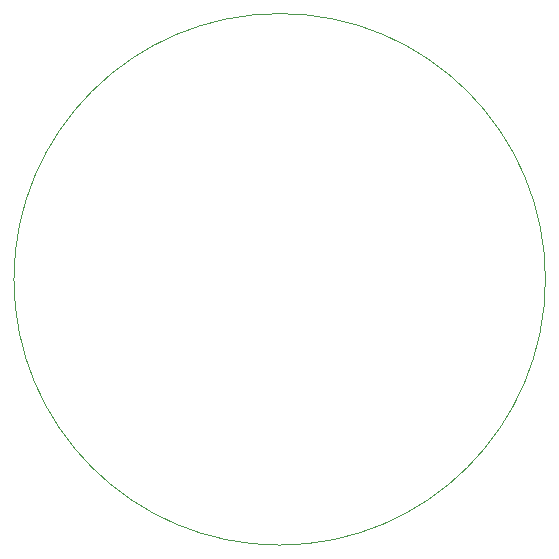
<source format=gbr>
%TF.GenerationSoftware,KiCad,Pcbnew,8.0.5*%
%TF.CreationDate,2025-04-26T14:00:33+02:00*%
%TF.ProjectId,vlvts,766c7674-732e-46b6-9963-61645f706362,rev?*%
%TF.SameCoordinates,Original*%
%TF.FileFunction,Profile,NP*%
%FSLAX46Y46*%
G04 Gerber Fmt 4.6, Leading zero omitted, Abs format (unit mm)*
G04 Created by KiCad (PCBNEW 8.0.5) date 2025-04-26 14:00:33*
%MOMM*%
%LPD*%
G01*
G04 APERTURE LIST*
%TA.AperFunction,Profile*%
%ADD10C,0.100000*%
%TD*%
G04 APERTURE END LIST*
D10*
X101500000Y-100000000D02*
G75*
G02*
X56500000Y-100000000I-22500000J0D01*
G01*
X56500000Y-100000000D02*
G75*
G02*
X101500000Y-100000000I22500000J0D01*
G01*
M02*

</source>
